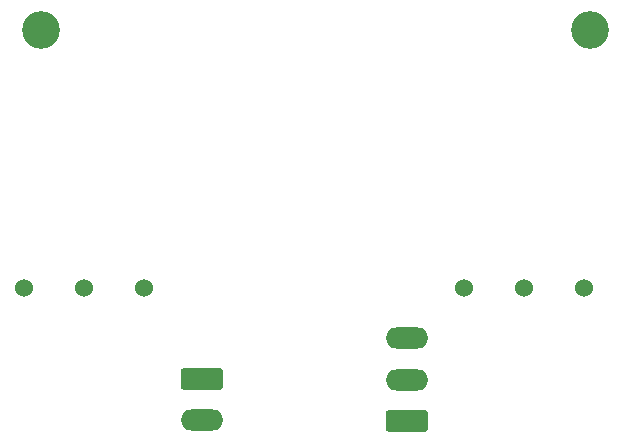
<source format=gbr>
%TF.GenerationSoftware,KiCad,Pcbnew,8.0.2*%
%TF.CreationDate,2024-09-14T16:24:21+02:00*%
%TF.ProjectId,servoFrogSwitches,73657276-6f46-4726-9f67-537769746368,rev?*%
%TF.SameCoordinates,Original*%
%TF.FileFunction,Soldermask,Top*%
%TF.FilePolarity,Negative*%
%FSLAX46Y46*%
G04 Gerber Fmt 4.6, Leading zero omitted, Abs format (unit mm)*
G04 Created by KiCad (PCBNEW 8.0.2) date 2024-09-14 16:24:21*
%MOMM*%
%LPD*%
G01*
G04 APERTURE LIST*
G04 Aperture macros list*
%AMRoundRect*
0 Rectangle with rounded corners*
0 $1 Rounding radius*
0 $2 $3 $4 $5 $6 $7 $8 $9 X,Y pos of 4 corners*
0 Add a 4 corners polygon primitive as box body*
4,1,4,$2,$3,$4,$5,$6,$7,$8,$9,$2,$3,0*
0 Add four circle primitives for the rounded corners*
1,1,$1+$1,$2,$3*
1,1,$1+$1,$4,$5*
1,1,$1+$1,$6,$7*
1,1,$1+$1,$8,$9*
0 Add four rect primitives between the rounded corners*
20,1,$1+$1,$2,$3,$4,$5,0*
20,1,$1+$1,$4,$5,$6,$7,0*
20,1,$1+$1,$6,$7,$8,$9,0*
20,1,$1+$1,$8,$9,$2,$3,0*%
G04 Aperture macros list end*
%ADD10RoundRect,0.250000X1.550000X-0.650000X1.550000X0.650000X-1.550000X0.650000X-1.550000X-0.650000X0*%
%ADD11O,3.600000X1.800000*%
%ADD12C,3.200000*%
%ADD13C,1.524000*%
%ADD14RoundRect,0.250000X-1.550000X0.650000X-1.550000X-0.650000X1.550000X-0.650000X1.550000X0.650000X0*%
G04 APERTURE END LIST*
D10*
%TO.C,J1*%
X136500000Y-99338000D03*
D11*
X136500000Y-95838000D03*
X136500000Y-92338000D03*
%TD*%
D12*
%TO.C,REF\u002A\u002A*%
X152000000Y-66213000D03*
%TD*%
%TO.C,REF\u002A\u002A*%
X105500000Y-66213000D03*
%TD*%
D13*
%TO.C,SW502*%
X114202000Y-88060000D03*
X104042000Y-88050000D03*
X109122000Y-88050000D03*
%TD*%
D14*
%TO.C,J2*%
X119156000Y-95806000D03*
D11*
X119156000Y-99306000D03*
%TD*%
D13*
%TO.C,SW501*%
X141273000Y-88060000D03*
X151433000Y-88050000D03*
X146353000Y-88050000D03*
%TD*%
M02*

</source>
